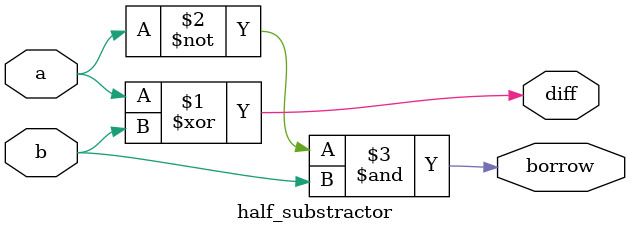
<source format=v>
module half_substractor(
    input a,b,
    output diff,borrow
    );
    
    assign diff=a^b;
    assign borrow=~a&b;
    
endmodule

</source>
